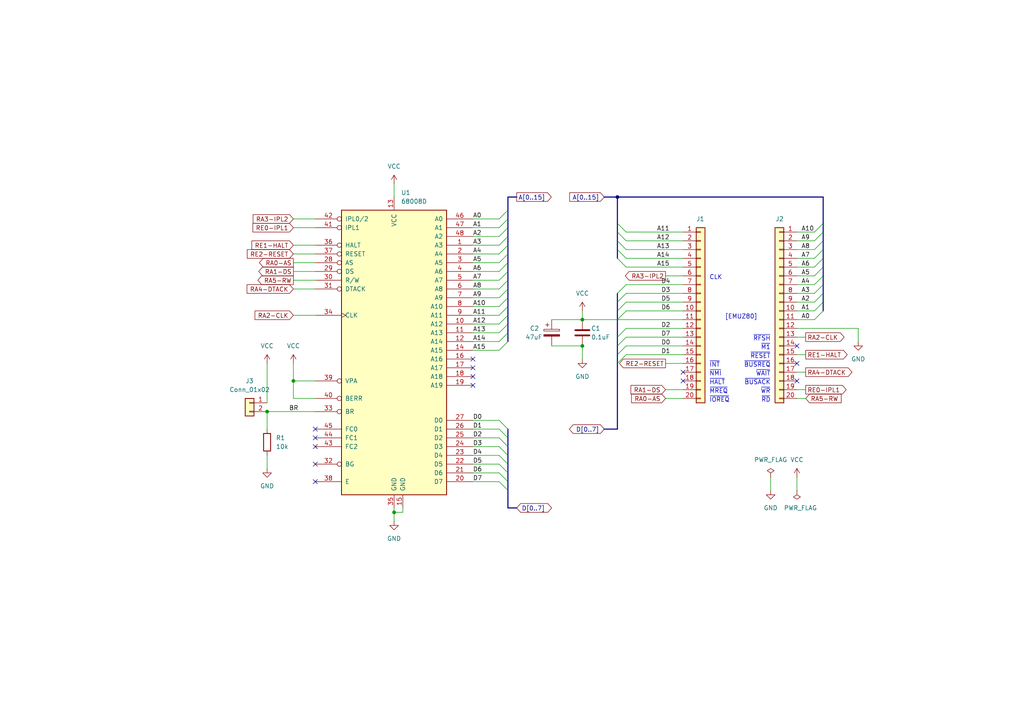
<source format=kicad_sch>
(kicad_sch (version 20211123) (generator eeschema)
  (paper "A4")
  (title_block (title "MEZ68008 Mezzanine board for EMUZ80") (date "2022-10-22") (rev "A") (company "Satoshi Okue"))
  (lib_symbols
    (symbol "CPU_NXP_68000:68008D" (pin_names (offset 1.016))
      (property "Reference" "U?" (at 2.0194 45.72 0))
      (property "Value" "68008D" (at 2.0194 43.18 0))
      (symbol "68008D_0_1"
        (rectangle (start -15.24 -41.91) (end 15.24 40.64) (stroke (width 0.254)) (fill (type background)))
      )
      (symbol "68008D_1_1"
        (pin tri_state line (at 22.86 30.48 180) (length 7.62) (name "A3") (number "1"))
        (pin tri_state line (at 22.86 7.62 180) (length 7.62) (name "A12") (number "10"))
        (pin tri_state line (at 22.86 5.08 180) (length 7.62) (name "A13") (number "11"))
        (pin tri_state line (at 22.86 2.54 180) (length 7.62) (name "A14") (number "12"))
        (pin power_in line (at 0 44.45 270) (length 3.81) (name "VCC") (number "13"))
        (pin tri_state line (at 22.86 0 180) (length 7.62) (name "A15") (number "14"))
        (pin power_in line (at 2.54 -45.72 90) (length 3.81) (name "GND") (number "15"))
        (pin tri_state line (at 22.86 -2.54 180) (length 7.62) (name "A16") (number "16"))
        (pin tri_state line (at 22.86 -5.08 180) (length 7.62) (name "A17") (number "17"))
        (pin tri_state line (at 22.86 -7.62 180) (length 7.62) (name "A18") (number "18"))
        (pin tri_state line (at 22.86 -10.16 180) (length 7.62) (name "A19") (number "19"))
        (pin tri_state line (at 22.86 27.94 180) (length 7.62) (name "A4") (number "2"))
        (pin tri_state line (at 22.86 -38.1 180) (length 7.62) (name "D7") (number "20"))
        (pin tri_state line (at 22.86 -35.56 180) (length 7.62) (name "D6") (number "21"))
        (pin tri_state line (at 22.86 -33.02 180) (length 7.62) (name "D5") (number "22"))
        (pin tri_state line (at 22.86 -30.48 180) (length 7.62) (name "D4") (number "23"))
        (pin tri_state line (at 22.86 -27.94 180) (length 7.62) (name "D3") (number "24"))
        (pin tri_state line (at 22.86 -25.4 180) (length 7.62) (name "D2") (number "25"))
        (pin tri_state line (at 22.86 -22.86 180) (length 7.62) (name "D1") (number "26"))
        (pin tri_state line (at 22.86 -20.32 180) (length 7.62) (name "D0") (number "27"))
        (pin tri_state inverted (at -22.86 25.4 0) (length 7.62) (name "AS") (number "28"))
        (pin tri_state inverted (at -22.86 22.86 0) (length 7.62) (name "DS") (number "29"))
        (pin tri_state line (at 22.86 25.4 180) (length 7.62) (name "A5") (number "3"))
        (pin tri_state line (at -22.86 20.32 0) (length 7.62) (name "R/W") (number "30"))
        (pin input inverted (at -22.86 17.78 0) (length 7.62) (name "DTACK") (number "31"))
        (pin output inverted (at -22.86 -33.02 0) (length 7.62) (name "BG") (number "32"))
        (pin input inverted (at -22.86 -17.78 0) (length 7.62) (name "BR") (number "33"))
        (pin input clock (at -22.86 10.16 0) (length 7.62) (name "CLK") (number "34"))
        (pin power_in line (at 0 -45.72 90) (length 3.81) (name "GND") (number "35"))
        (pin bidirectional inverted (at -22.86 30.48 0) (length 7.62) (name "HALT") (number "36"))
        (pin bidirectional inverted (at -22.86 27.94 0) (length 7.62) (name "RESET") (number "37"))
        (pin output line (at -22.86 -38.1 0) (length 7.62) (name "E") (number "38"))
        (pin input inverted (at -22.86 -8.89 0) (length 7.62) (name "VPA") (number "39"))
        (pin tri_state line (at 22.86 22.86 180) (length 7.62) (name "A6") (number "4"))
        (pin input inverted (at -22.86 -13.97 0) (length 7.62) (name "BERR") (number "40"))
        (pin input inverted (at -22.86 35.56 0) (length 7.62) (name "IPL1") (number "41"))
        (pin input inverted (at -22.86 38.1 0) (length 7.62) (name "IPL0/2") (number "42"))
        (pin output line (at -22.86 -27.94 0) (length 7.62) (name "FC2") (number "43"))
        (pin output line (at -22.86 -25.4 0) (length 7.62) (name "FC1") (number "44"))
        (pin output line (at -22.86 -22.86 0) (length 7.62) (name "FC0") (number "45"))
        (pin tri_state line (at 22.86 38.1 180) (length 7.62) (name "A0") (number "46"))
        (pin tri_state line (at 22.86 35.56 180) (length 7.62) (name "A1") (number "47"))
        (pin tri_state line (at 22.86 33.02 180) (length 7.62) (name "A2") (number "48"))
        (pin tri_state line (at 22.86 20.32 180) (length 7.62) (name "A7") (number "5"))
        (pin tri_state line (at 22.86 17.78 180) (length 7.62) (name "A8") (number "6"))
        (pin tri_state line (at 22.86 15.24 180) (length 7.62) (name "A9") (number "7"))
        (pin tri_state line (at 22.86 12.7 180) (length 7.62) (name "A10") (number "8"))
        (pin tri_state line (at 22.86 10.16 180) (length 7.62) (name "A11") (number "9"))
      )
    )
    (symbol "Connector_Generic:Conn_01x02" (pin_names (offset 1.016) hide)
      (property "Reference" "J" (at 0 2.54 0))
      (property "Value" "Conn_01x02" (at 0 -5.08 0))
      (symbol "Conn_01x02_1_1"
        (rectangle (start -1.27 -2.413) (end 0 -2.667) (stroke (width 0.1524)))
        (rectangle (start -1.27 0.127) (end 0 -0.127) (stroke (width 0.1524)))
        (rectangle (start -1.27 1.27) (end 1.27 -3.81) (stroke (width 0.254)) (fill (type background)))
        (pin passive line (at -5.08 0 0) (length 3.81) (name "Pin_1") (number "1"))
        (pin passive line (at -5.08 -2.54 0) (length 3.81) (name "Pin_2") (number "2"))
      )
    )
    (symbol "Connector_Generic:Conn_01x20" (pin_names (offset 1.016) hide)
      (property "Reference" "J" (at 0 25.4 0))
      (property "Value" "Conn_01x20" (at 0 -27.94 0))
      (symbol "Conn_01x20_1_1"
        (rectangle (start -1.27 -25.273) (end 0 -25.527) (stroke (width 0.1524)))
        (rectangle (start -1.27 -22.733) (end 0 -22.987) (stroke (width 0.1524)))
        (rectangle (start -1.27 -20.193) (end 0 -20.447) (stroke (width 0.1524)))
        (rectangle (start -1.27 -17.653) (end 0 -17.907) (stroke (width 0.1524)))
        (rectangle (start -1.27 -15.113) (end 0 -15.367) (stroke (width 0.1524)))
        (rectangle (start -1.27 -12.573) (end 0 -12.827) (stroke (width 0.1524)))
        (rectangle (start -1.27 -10.033) (end 0 -10.287) (stroke (width 0.1524)))
        (rectangle (start -1.27 -7.493) (end 0 -7.747) (stroke (width 0.1524)))
        (rectangle (start -1.27 -4.953) (end 0 -5.207) (stroke (width 0.1524)))
        (rectangle (start -1.27 -2.413) (end 0 -2.667) (stroke (width 0.1524)))
        (rectangle (start -1.27 0.127) (end 0 -0.127) (stroke (width 0.1524)))
        (rectangle (start -1.27 2.667) (end 0 2.413) (stroke (width 0.1524)))
        (rectangle (start -1.27 5.207) (end 0 4.953) (stroke (width 0.1524)))
        (rectangle (start -1.27 7.747) (end 0 7.493) (stroke (width 0.1524)))
        (rectangle (start -1.27 10.287) (end 0 10.033) (stroke (width 0.1524)))
        (rectangle (start -1.27 12.827) (end 0 12.573) (stroke (width 0.1524)))
        (rectangle (start -1.27 15.367) (end 0 15.113) (stroke (width 0.1524)))
        (rectangle (start -1.27 17.907) (end 0 17.653) (stroke (width 0.1524)))
        (rectangle (start -1.27 20.447) (end 0 20.193) (stroke (width 0.1524)))
        (rectangle (start -1.27 22.987) (end 0 22.733) (stroke (width 0.1524)))
        (rectangle (start -1.27 24.13) (end 1.27 -26.67) (stroke (width 0.254)) (fill (type background)))
        (pin passive line (at -5.08 22.86 0) (length 3.81) (name "Pin_1") (number "1"))
        (pin passive line (at -5.08 0 0) (length 3.81) (name "Pin_10") (number "10"))
        (pin passive line (at -5.08 -2.54 0) (length 3.81) (name "Pin_11") (number "11"))
        (pin passive line (at -5.08 -5.08 0) (length 3.81) (name "Pin_12") (number "12"))
        (pin passive line (at -5.08 -7.62 0) (length 3.81) (name "Pin_13") (number "13"))
        (pin passive line (at -5.08 -10.16 0) (length 3.81) (name "Pin_14") (number "14"))
        (pin passive line (at -5.08 -12.7 0) (length 3.81) (name "Pin_15") (number "15"))
        (pin passive line (at -5.08 -15.24 0) (length 3.81) (name "Pin_16") (number "16"))
        (pin passive line (at -5.08 -17.78 0) (length 3.81) (name "Pin_17") (number "17"))
        (pin passive line (at -5.08 -20.32 0) (length 3.81) (name "Pin_18") (number "18"))
        (pin passive line (at -5.08 -22.86 0) (length 3.81) (name "Pin_19") (number "19"))
        (pin passive line (at -5.08 20.32 0) (length 3.81) (name "Pin_2") (number "2"))
        (pin passive line (at -5.08 -25.4 0) (length 3.81) (name "Pin_20") (number "20"))
        (pin passive line (at -5.08 17.78 0) (length 3.81) (name "Pin_3") (number "3"))
        (pin passive line (at -5.08 15.24 0) (length 3.81) (name "Pin_4") (number "4"))
        (pin passive line (at -5.08 12.7 0) (length 3.81) (name "Pin_5") (number "5"))
        (pin passive line (at -5.08 10.16 0) (length 3.81) (name "Pin_6") (number "6"))
        (pin passive line (at -5.08 7.62 0) (length 3.81) (name "Pin_7") (number "7"))
        (pin passive line (at -5.08 5.08 0) (length 3.81) (name "Pin_8") (number "8"))
        (pin passive line (at -5.08 2.54 0) (length 3.81) (name "Pin_9") (number "9"))
      )
    )
    (symbol "Device:C" (pin_numbers hide) (pin_names (offset 0.254))
      (property "Reference" "C" (at 0.635 2.54 0))
      (property "Value" "C" (at 0.635 -2.54 0))
      (symbol "C_0_1"
        (polyline (pts (xy -2.032 -0.762) (xy 2.032 -0.762)) (stroke (width 0.508)))
        (polyline (pts (xy -2.032 0.762) (xy 2.032 0.762)) (stroke (width 0.508)))
      )
      (symbol "C_1_1"
        (pin passive line (at 0 3.81 270) (length 2.794) (name "~") (number "1"))
        (pin passive line (at 0 -3.81 90) (length 2.794) (name "~") (number "2"))
      )
    )
    (symbol "Device:C_Polarized" (pin_numbers hide) (pin_names (offset 0.254))
      (property "Reference" "C" (at 0.635 2.54 0))
      (property "Value" "C_Polarized" (at 0.635 -2.54 0))
      (symbol "C_Polarized_0_1"
        (rectangle (start -2.286 0.508) (end 2.286 1.016))
        (polyline (pts (xy -1.778 2.286) (xy -0.762 2.286)))
        (polyline (pts (xy -1.27 2.794) (xy -1.27 1.778)))
        (rectangle (start 2.286 -0.508) (end -2.286 -1.016) (fill (type outline)))
      )
      (symbol "C_Polarized_1_1"
        (pin passive line (at 0 3.81 270) (length 2.794) (name "~") (number "1"))
        (pin passive line (at 0 -3.81 90) (length 2.794) (name "~") (number "2"))
      )
    )
    (symbol "Device:R" (pin_numbers hide) (pin_names (offset 0))
      (property "Reference" "R" (at 2.032 0 90))
      (property "Value" "R" (at 0 0 90))
      (symbol "R_0_1"
        (rectangle (start -1.016 -2.54) (end 1.016 2.54) (stroke (width 0.254)))
      )
      (symbol "R_1_1"
        (pin passive line (at 0 3.81 270) (length 1.27) (name "~") (number "1"))
        (pin passive line (at 0 -3.81 90) (length 1.27) (name "~") (number "2"))
      )
    )
    (symbol "power:GND" (power) (pin_names (offset 0))
      (property "Value" "GND" (at 0 -3.81 0))
      (symbol "GND_0_1"
        (polyline (pts (xy 0 0) (xy 0 -1.27) (xy 1.27 -1.27) (xy 0 -2.54) (xy -1.27 -1.27) (xy 0 -1.27)))
      )
      (symbol "GND_1_1"
        (pin power_in line (at 0 0 270) (length 0) hide (name "GND") (number "1"))
      )
    )
    (symbol "power:PWR_FLAG" (power) (pin_numbers hide) (pin_names (offset 0) hide)
      (property "Value" "PWR_FLAG" (at 0 3.81 0))
      (symbol "PWR_FLAG_0_0"
        (pin power_out line (at 0 0 90) (length 0) (name "pwr") (number "1"))
      )
      (symbol "PWR_FLAG_0_1"
        (polyline (pts (xy 0 0) (xy 0 1.27) (xy -1.016 1.905) (xy 0 2.54) (xy 1.016 1.905) (xy 0 1.27)))
      )
    )
    (symbol "power:VCC" (power) (pin_names (offset 0))
      (property "Value" "VCC" (at 0 3.81 0))
      (symbol "VCC_0_1"
        (polyline (pts (xy -0.762 1.27) (xy 0 2.54)))
        (polyline (pts (xy 0 0) (xy 0 2.54)))
        (polyline (pts (xy 0 2.54) (xy 0.762 1.27)))
      )
      (symbol "VCC_1_1"
        (pin power_in line (at 0 0 90) (length 0) hide (name "VCC") (number "1"))
      )
    )
  )
  (junction (at 168.91 92.71))
  (junction (at 77.47 119.38))
  (junction (at 168.91 100.33))
  (junction (at 179.07 57.15))
  (junction (at 114.3 148.59))
  (junction (at 85.09 110.49))
  (no_connect (at 231.14 100.33))
  (no_connect (at 231.14 110.49))
  (no_connect (at 198.12 110.49))
  (no_connect (at 198.12 107.95))
  (no_connect (at 231.14 105.41))
  (no_connect (at 91.44 124.46))
  (no_connect (at 91.44 127))
  (no_connect (at 91.44 129.54))
  (no_connect (at 91.44 134.62))
  (no_connect (at 91.44 139.7))
  (no_connect (at 137.16 106.68))
  (no_connect (at 137.16 109.22))
  (no_connect (at 137.16 111.76))
  (no_connect (at 137.16 104.14))
  (bus_entry (at 238.76 74.93) (size -2.54 2.54))
  (bus_entry (at 179.07 72.39) (size 2.54 2.54))
  (bus_entry (at 238.76 87.63) (size -2.54 2.54))
  (bus_entry (at 179.07 85.09) (size 2.54 -2.54))
  (bus_entry (at 238.76 64.77) (size -2.54 2.54))
  (bus_entry (at 147.32 127) (size -2.54 -2.54))
  (bus_entry (at 238.76 72.39) (size -2.54 2.54))
  (bus_entry (at 238.76 90.17) (size -2.54 2.54))
  (bus_entry (at 179.07 102.87) (size 2.54 -2.54))
  (bus_entry (at 147.32 73.66) (size -2.54 2.54))
  (bus_entry (at 179.07 105.41) (size 2.54 -2.54))
  (bus_entry (at 179.07 87.63) (size 2.54 -2.54))
  (bus_entry (at 147.32 81.28) (size -2.54 2.54))
  (bus_entry (at 147.32 71.12) (size -2.54 2.54))
  (bus_entry (at 147.32 134.62) (size -2.54 -2.54))
  (bus_entry (at 147.32 63.5) (size -2.54 2.54))
  (bus_entry (at 179.07 92.71) (size 2.54 -2.54))
  (bus_entry (at 147.32 137.16) (size -2.54 -2.54))
  (bus_entry (at 147.32 76.2) (size -2.54 2.54))
  (bus_entry (at 147.32 88.9) (size -2.54 2.54))
  (bus_entry (at 147.32 83.82) (size -2.54 2.54))
  (bus_entry (at 238.76 80.01) (size -2.54 2.54))
  (bus_entry (at 179.07 67.31) (size 2.54 2.54))
  (bus_entry (at 147.32 60.96) (size -2.54 2.54))
  (bus_entry (at 147.32 91.44) (size -2.54 2.54))
  (bus_entry (at 179.07 74.93) (size 2.54 2.54))
  (bus_entry (at 179.07 69.85) (size 2.54 2.54))
  (bus_entry (at 147.32 142.24) (size -2.54 -2.54))
  (bus_entry (at 179.07 64.77) (size 2.54 2.54))
  (bus_entry (at 238.76 67.31) (size -2.54 2.54))
  (bus_entry (at 179.07 90.17) (size 2.54 -2.54))
  (bus_entry (at 147.32 129.54) (size -2.54 -2.54))
  (bus_entry (at 147.32 68.58) (size -2.54 2.54))
  (bus_entry (at 147.32 78.74) (size -2.54 2.54))
  (bus_entry (at 238.76 77.47) (size -2.54 2.54))
  (bus_entry (at 238.76 82.55) (size -2.54 2.54))
  (bus_entry (at 147.32 124.46) (size -2.54 -2.54))
  (bus_entry (at 179.07 97.79) (size 2.54 -2.54))
  (bus_entry (at 147.32 99.06) (size -2.54 2.54))
  (bus_entry (at 179.07 100.33) (size 2.54 -2.54))
  (bus_entry (at 147.32 93.98) (size -2.54 2.54))
  (bus_entry (at 238.76 69.85) (size -2.54 2.54))
  (bus_entry (at 147.32 132.08) (size -2.54 -2.54))
  (bus_entry (at 147.32 96.52) (size -2.54 2.54))
  (bus_entry (at 147.32 139.7) (size -2.54 -2.54))
  (bus_entry (at 147.32 66.04) (size -2.54 2.54))
  (bus_entry (at 147.32 86.36) (size -2.54 2.54))
  (bus_entry (at 238.76 85.09) (size -2.54 2.54))
  (bus (pts (xy 147.32 124.46) (xy 147.32 127)))
  (wire (pts (xy 160.02 92.71) (xy 168.91 92.71)))
  (wire (pts (xy 137.16 121.92) (xy 144.78 121.92)))
  (bus (pts (xy 147.32 147.32) (xy 149.86 147.32)))
  (wire (pts (xy 116.84 148.59) (xy 114.3 148.59)))
  (wire (pts (xy 168.91 100.33) (xy 168.91 104.14)))
  (bus (pts (xy 147.32 132.08) (xy 147.32 134.62)))
  (bus (pts (xy 147.32 96.52) (xy 147.32 99.06)))
  (bus (pts (xy 238.76 77.47) (xy 238.76 80.01)))
  (bus (pts (xy 238.76 67.31) (xy 238.76 69.85)))
  (bus (pts (xy 238.76 74.93) (xy 238.76 77.47)))
  (wire (pts (xy 137.16 134.62) (xy 144.78 134.62)))
  (wire (pts (xy 137.16 83.82) (xy 144.78 83.82)))
  (wire (pts (xy 85.09 78.74) (xy 91.44 78.74)))
  (wire (pts (xy 137.16 101.6) (xy 144.78 101.6)))
  (wire (pts (xy 137.16 66.04) (xy 144.78 66.04)))
  (bus (pts (xy 238.76 85.09) (xy 238.76 87.63)))
  (wire (pts (xy 181.61 67.31) (xy 198.12 67.31)))
  (wire (pts (xy 85.09 63.5) (xy 91.44 63.5)))
  (wire (pts (xy 137.16 96.52) (xy 144.78 96.52)))
  (wire (pts (xy 193.04 115.57) (xy 198.12 115.57)))
  (wire (pts (xy 77.47 105.41) (xy 77.47 116.84)))
  (wire (pts (xy 137.16 132.08) (xy 144.78 132.08)))
  (wire (pts (xy 114.3 148.59) (xy 114.3 151.13)))
  (wire (pts (xy 231.14 67.31) (xy 236.22 67.31)))
  (wire (pts (xy 231.14 95.25) (xy 248.92 95.25)))
  (bus (pts (xy 147.32 142.24) (xy 147.32 147.32)))
  (bus (pts (xy 179.07 90.17) (xy 179.07 92.71)))
  (wire (pts (xy 137.16 137.16) (xy 144.78 137.16)))
  (wire (pts (xy 91.44 115.57) (xy 85.09 115.57)))
  (wire (pts (xy 181.61 82.55) (xy 198.12 82.55)))
  (wire (pts (xy 137.16 86.36) (xy 144.78 86.36)))
  (bus (pts (xy 147.32 137.16) (xy 147.32 139.7)))
  (wire (pts (xy 85.09 110.49) (xy 85.09 105.41)))
  (wire (pts (xy 181.61 87.63) (xy 198.12 87.63)))
  (bus (pts (xy 147.32 88.9) (xy 147.32 91.44)))
  (bus (pts (xy 147.32 86.36) (xy 147.32 88.9)))
  (wire (pts (xy 137.16 99.06) (xy 144.78 99.06)))
  (wire (pts (xy 85.09 66.04) (xy 91.44 66.04)))
  (wire (pts (xy 181.61 85.09) (xy 198.12 85.09)))
  (bus (pts (xy 147.32 71.12) (xy 147.32 73.66)))
  (wire (pts (xy 114.3 147.32) (xy 114.3 148.59)))
  (bus (pts (xy 147.32 127) (xy 147.32 129.54)))
  (bus (pts (xy 238.76 64.77) (xy 238.76 67.31)))
  (wire (pts (xy 181.61 74.93) (xy 198.12 74.93)))
  (bus (pts (xy 179.07 64.77) (xy 179.07 57.15)))
  (bus (pts (xy 175.26 57.15) (xy 179.07 57.15)))
  (wire (pts (xy 137.16 124.46) (xy 144.78 124.46)))
  (bus (pts (xy 238.76 57.15) (xy 238.76 64.77)))
  (bus (pts (xy 238.76 80.01) (xy 238.76 82.55)))
  (wire (pts (xy 181.61 69.85) (xy 198.12 69.85)))
  (wire (pts (xy 181.61 102.87) (xy 198.12 102.87)))
  (bus (pts (xy 147.32 78.74) (xy 147.32 81.28)))
  (bus (pts (xy 179.07 74.93) (xy 179.07 72.39)))
  (bus (pts (xy 149.86 57.15) (xy 147.32 57.15)))
  (wire (pts (xy 231.14 69.85) (xy 236.22 69.85)))
  (wire (pts (xy 85.09 76.2) (xy 91.44 76.2)))
  (wire (pts (xy 85.09 81.28) (xy 91.44 81.28)))
  (wire (pts (xy 231.14 138.43) (xy 231.14 142.24)))
  (bus (pts (xy 179.07 97.79) (xy 179.07 100.33)))
  (bus (pts (xy 147.32 139.7) (xy 147.32 142.24)))
  (wire (pts (xy 181.61 95.25) (xy 198.12 95.25)))
  (bus (pts (xy 179.07 102.87) (xy 179.07 105.41)))
  (wire (pts (xy 85.09 110.49) (xy 91.44 110.49)))
  (wire (pts (xy 231.14 90.17) (xy 236.22 90.17)))
  (wire (pts (xy 114.3 53.34) (xy 114.3 57.15)))
  (wire (pts (xy 231.14 102.87) (xy 233.68 102.87)))
  (wire (pts (xy 77.47 119.38) (xy 77.47 124.46)))
  (wire (pts (xy 231.14 113.03) (xy 233.68 113.03)))
  (bus (pts (xy 179.07 72.39) (xy 179.07 69.85)))
  (wire (pts (xy 181.61 100.33) (xy 198.12 100.33)))
  (wire (pts (xy 231.14 115.57) (xy 233.68 115.57)))
  (bus (pts (xy 238.76 87.63) (xy 238.76 90.17)))
  (wire (pts (xy 85.09 91.44) (xy 91.44 91.44)))
  (bus (pts (xy 179.07 85.09) (xy 179.07 87.63)))
  (wire (pts (xy 231.14 77.47) (xy 236.22 77.47)))
  (wire (pts (xy 77.47 132.08) (xy 77.47 135.89)))
  (wire (pts (xy 116.84 147.32) (xy 116.84 148.59)))
  (wire (pts (xy 231.14 74.93) (xy 236.22 74.93)))
  (wire (pts (xy 231.14 97.79) (xy 233.68 97.79)))
  (wire (pts (xy 231.14 82.55) (xy 236.22 82.55)))
  (wire (pts (xy 231.14 92.71) (xy 236.22 92.71)))
  (wire (pts (xy 137.16 68.58) (xy 144.78 68.58)))
  (bus (pts (xy 147.32 60.96) (xy 147.32 63.5)))
  (bus (pts (xy 179.07 57.15) (xy 238.76 57.15)))
  (wire (pts (xy 85.09 71.12) (xy 91.44 71.12)))
  (wire (pts (xy 137.16 63.5) (xy 144.78 63.5)))
  (wire (pts (xy 137.16 139.7) (xy 144.78 139.7)))
  (wire (pts (xy 160.02 100.33) (xy 168.91 100.33)))
  (bus (pts (xy 147.32 76.2) (xy 147.32 78.74)))
  (bus (pts (xy 179.07 100.33) (xy 179.07 102.87)))
  (wire (pts (xy 137.16 73.66) (xy 144.78 73.66)))
  (wire (pts (xy 248.92 95.25) (xy 248.92 99.06)))
  (wire (pts (xy 137.16 127) (xy 144.78 127)))
  (wire (pts (xy 168.91 92.71) (xy 179.07 92.71)))
  (wire (pts (xy 168.91 90.17) (xy 168.91 92.71)))
  (wire (pts (xy 231.14 80.01) (xy 236.22 80.01)))
  (wire (pts (xy 193.04 105.41) (xy 198.12 105.41)))
  (wire (pts (xy 231.14 85.09) (xy 236.22 85.09)))
  (wire (pts (xy 223.52 138.43) (xy 223.52 142.24)))
  (bus (pts (xy 147.32 129.54) (xy 147.32 132.08)))
  (bus (pts (xy 179.07 67.31) (xy 179.07 64.77)))
  (bus (pts (xy 147.32 73.66) (xy 147.32 76.2)))
  (wire (pts (xy 137.16 78.74) (xy 144.78 78.74)))
  (wire (pts (xy 181.61 77.47) (xy 198.12 77.47)))
  (bus (pts (xy 238.76 82.55) (xy 238.76 85.09)))
  (wire (pts (xy 181.61 97.79) (xy 198.12 97.79)))
  (wire (pts (xy 181.61 72.39) (xy 198.12 72.39)))
  (wire (pts (xy 137.16 81.28) (xy 144.78 81.28)))
  (bus (pts (xy 179.07 87.63) (xy 179.07 90.17)))
  (wire (pts (xy 137.16 91.44) (xy 144.78 91.44)))
  (bus (pts (xy 147.32 66.04) (xy 147.32 68.58)))
  (wire (pts (xy 179.07 92.71) (xy 198.12 92.71)))
  (wire (pts (xy 137.16 71.12) (xy 144.78 71.12)))
  (bus (pts (xy 179.07 69.85) (xy 179.07 67.31)))
  (bus (pts (xy 179.07 92.71) (xy 179.07 97.79)))
  (wire (pts (xy 181.61 90.17) (xy 198.12 90.17)))
  (bus (pts (xy 179.07 105.41) (xy 179.07 124.46)))
  (wire (pts (xy 137.16 93.98) (xy 144.78 93.98)))
  (wire (pts (xy 231.14 87.63) (xy 236.22 87.63)))
  (wire (pts (xy 85.09 83.82) (xy 91.44 83.82)))
  (bus (pts (xy 147.32 134.62) (xy 147.32 137.16)))
  (wire (pts (xy 137.16 76.2) (xy 144.78 76.2)))
  (bus (pts (xy 147.32 57.15) (xy 147.32 60.96)))
  (wire (pts (xy 85.09 73.66) (xy 91.44 73.66)))
  (wire (pts (xy 231.14 107.95) (xy 233.68 107.95)))
  (wire (pts (xy 137.16 129.54) (xy 144.78 129.54)))
  (wire (pts (xy 193.04 80.01) (xy 198.12 80.01)))
  (wire (pts (xy 137.16 88.9) (xy 144.78 88.9)))
  (bus (pts (xy 238.76 69.85) (xy 238.76 72.39)))
  (wire (pts (xy 193.04 113.03) (xy 198.12 113.03)))
  (bus (pts (xy 147.32 63.5) (xy 147.32 66.04)))
  (wire (pts (xy 231.14 72.39) (xy 236.22 72.39)))
  (bus (pts (xy 147.32 68.58) (xy 147.32 71.12)))
  (bus (pts (xy 147.32 93.98) (xy 147.32 96.52)))
  (bus (pts (xy 147.32 83.82) (xy 147.32 86.36)))
  (wire (pts (xy 77.47 119.38) (xy 91.44 119.38)))
  (bus (pts (xy 238.76 72.39) (xy 238.76 74.93)))
  (bus (pts (xy 175.26 124.46) (xy 179.07 124.46)))
  (wire (pts (xy 85.09 115.57) (xy 85.09 110.49)))
  (bus (pts (xy 147.32 91.44) (xy 147.32 93.98)))
  (bus (pts (xy 147.32 81.28) (xy 147.32 83.82)))
  (text "~{RFSH}" (at 223.52 99.06 180) (effects (font (size 1.27 1.27)) (justify right bottom)))
  (text "[EMUZ80]" (at 219.71 92.71 180) (effects (font (size 1.27 1.27)) (justify right bottom)))
  (text "~{NMI}" (at 205.74 109.22 0) (effects (font (size 1.27 1.27)) (justify left bottom)))
  (text "CLK" (at 205.74 81.28 0) (effects (font (size 1.27 1.27)) (justify left bottom)))
  (text "~{M1}" (at 223.52 101.6 180) (effects (font (size 1.27 1.27)) (justify right bottom)))
  (text "~{INT}" (at 205.74 106.68 0) (effects (font (size 1.27 1.27)) (justify left bottom)))
  (text "~{BUSREQ}" (at 223.52 106.68 180) (effects (font (size 1.27 1.27)) (justify right bottom)))
  (text "~{WAIT}" (at 223.52 109.22 180) (effects (font (size 1.27 1.27)) (justify right bottom)))
  (text "~{IOREQ}" (at 205.74 116.84 0) (effects (font (size 1.27 1.27)) (justify left bottom)))
  (text "~{BUSACK}" (at 223.52 111.76 180) (effects (font (size 1.27 1.27)) (justify right bottom)))
  (text "~{WR}" (at 223.52 114.3 180) (effects (font (size 1.27 1.27)) (justify right bottom)))
  (text "~{MREQ}" (at 205.74 114.3 0) (effects (font (size 1.27 1.27)) (justify left bottom)))
  (text "~{RESET}" (at 223.52 104.14 180) (effects (font (size 1.27 1.27)) (justify right bottom)))
  (text "~{HALT}" (at 205.74 111.76 0) (effects (font (size 1.27 1.27)) (justify left bottom)))
  (text "~{RD}" (at 223.52 116.84 180) (effects (font (size 1.27 1.27)) (justify right bottom)))
  (label "A13" (at 190.5 72.39 0))
  (label "A5" (at 232.41 80.01 0))
  (label "A3" (at 232.41 85.09 0))
  (label "A14" (at 137.16 99.06 0))
  (label "A12" (at 137.16 93.98 0))
  (label "A1" (at 137.16 66.04 0))
  (label "A1" (at 232.41 90.17 0))
  (label "D4" (at 137.16 132.08 0))
  (label "A10" (at 137.16 88.9 0))
  (label "D6" (at 137.16 137.16 0))
  (label "BR" (at 83.82 119.38 0))
  (label "A2" (at 232.41 87.63 0))
  (label "A6" (at 232.41 77.47 0))
  (label "D5" (at 137.16 134.62 0))
  (label "D1" (at 191.77 102.87 0))
  (label "A7" (at 137.16 81.28 0))
  (label "A3" (at 137.16 71.12 0))
  (label "A0" (at 137.16 63.5 0))
  (label "A15" (at 137.16 101.6 0))
  (label "A14" (at 190.5 74.93 0))
  (label "A0" (at 232.41 92.71 0))
  (label "D0" (at 191.77 100.33 0))
  (label "A4" (at 232.41 82.55 0))
  (label "D4" (at 191.77 82.55 0))
  (label "D3" (at 137.16 129.54 0))
  (label "D7" (at 191.77 97.79 0))
  (label "A2" (at 137.16 68.58 0))
  (label "A8" (at 137.16 83.82 0))
  (label "D2" (at 191.77 95.25 0))
  (label "A11" (at 190.5 67.31 0))
  (label "A7" (at 232.41 74.93 0))
  (label "A5" (at 137.16 76.2 0))
  (label "D6" (at 191.77 90.17 0))
  (label "A15" (at 190.5 77.47 0))
  (label "D1" (at 137.16 124.46 0))
  (label "D2" (at 137.16 127 0))
  (label "A10" (at 232.41 67.31 0))
  (label "A8" (at 232.41 72.39 0))
  (label "A12" (at 190.5 69.85 0))
  (label "D5" (at 191.77 87.63 0))
  (label "A9" (at 137.16 86.36 0))
  (label "D3" (at 191.77 85.09 0))
  (label "A9" (at 232.41 69.85 0))
  (label "A4" (at 137.16 73.66 0))
  (label "A13" (at 137.16 96.52 0))
  (label "A6" (at 137.16 78.74 0))
  (label "A11" (at 137.16 91.44 0))
  (label "D7" (at 137.16 139.7 0))
  (label "D0" (at 137.16 121.92 0))
  (global_label "RA4-DTACK" (shape input) (at 85.09 83.82 180) (property "シート間のリファレンス" "${INTERSHEET_REFS}" (effects hide)))
  (global_label "RA2-CLK" (shape input) (at 85.09 91.44 180) (property "シート間のリファレンス" "${INTERSHEET_REFS}" (effects hide)))
  (global_label "RE1-HALT" (shape input) (at 85.09 71.12 180) (property "シート間のリファレンス" "${INTERSHEET_REFS}" (effects hide)))
  (global_label "RA2-CLK" (shape output) (at 233.68 97.79 0) (property "シート間のリファレンス" "${INTERSHEET_REFS}" (effects hide)))
  (global_label "D[0..7]" (shape bidirectional) (at 149.86 147.32 0) (property "シート間のリファレンス" "${INTERSHEET_REFS}" (effects hide)))
  (global_label "RA3-IPL2" (shape output) (at 193.04 80.01 180) (property "シート間のリファレンス" "${INTERSHEET_REFS}" (effects hide)))
  (global_label "RE0-IPL1" (shape output) (at 233.68 113.03 0) (property "シート間のリファレンス" "${INTERSHEET_REFS}" (effects hide)))
  (global_label "RE0-IPL1" (shape input) (at 85.09 66.04 180) (property "シート間のリファレンス" "${INTERSHEET_REFS}" (effects hide)))
  (global_label "RA4-DTACK" (shape output) (at 233.68 107.95 0) (property "シート間のリファレンス" "${INTERSHEET_REFS}" (effects hide)))
  (global_label "RA0-AS" (shape output) (at 85.09 76.2 180) (property "シート間のリファレンス" "${INTERSHEET_REFS}" (effects hide)))
  (global_label "RE2-RESET" (shape input) (at 85.09 73.66 180) (property "シート間のリファレンス" "${INTERSHEET_REFS}" (effects hide)))
  (global_label "RA0-AS" (shape input) (at 193.04 115.57 180) (property "シート間のリファレンス" "${INTERSHEET_REFS}" (effects hide)))
  (global_label "RA1-DS" (shape input) (at 193.04 113.03 180) (property "シート間のリファレンス" "${INTERSHEET_REFS}" (effects hide)))
  (global_label "RA3-IPL2" (shape input) (at 85.09 63.5 180) (property "シート間のリファレンス" "${INTERSHEET_REFS}" (effects hide)))
  (global_label "RA5-RW" (shape input) (at 233.68 115.57 0) (property "シート間のリファレンス" "${INTERSHEET_REFS}" (effects hide)))
  (global_label "RE2-RESET" (shape output) (at 193.04 105.41 180) (property "シート間のリファレンス" "${INTERSHEET_REFS}" (effects hide)))
  (global_label "D[0..7]" (shape bidirectional) (at 175.26 124.46 180) (property "シート間のリファレンス" "${INTERSHEET_REFS}" (effects hide)))
  (global_label "A[0..15]" (shape input) (at 175.26 57.15 180) (property "シート間のリファレンス" "${INTERSHEET_REFS}" (effects hide)))
  (global_label "A[0..15]" (shape output) (at 149.86 57.15 0) (property "シート間のリファレンス" "${INTERSHEET_REFS}" (effects hide)))
  (global_label "RA5-RW" (shape output) (at 85.09 81.28 180) (property "シート間のリファレンス" "${INTERSHEET_REFS}" (effects hide)))
  (global_label "RE1-HALT" (shape output) (at 233.68 102.87 0) (property "シート間のリファレンス" "${INTERSHEET_REFS}" (effects hide)))
  (global_label "RA1-DS" (shape output) (at 85.09 78.74 180) (property "シート間のリファレンス" "${INTERSHEET_REFS}" (effects hide)))
  (symbol (lib_id "Connector_Generic:Conn_01x20") (at 226.06 90.17 0) (mirror y) (unit 1)
    (property "Reference" "J2" (at 227.33 63.5 0) (effects (justify left)))
    (property "Value" "Conn_01x20" (effects hide))
    (property "Footprint" "Connector_PinHeader_2.54mm:PinHeader_1x20_P2.54mm_Vertical" (effects hide))
  )
  (symbol (lib_id "power:GND") (at 77.47 135.89 0) (unit 1)
    (property "Reference" "#PWR0108" (effects hide))
    (property "Value" "GND" (at 77.47 140.97 0))
  )
  (symbol (lib_id "power:VCC") (at 77.47 105.41 0) (unit 1)
    (property "Reference" "#PWR0105" (effects hide))
    (property "Value" "VCC" (at 77.47 100.33 0))
  )
  (symbol (lib_id "power:GND") (at 248.92 99.06 0) (unit 1)
    (property "Reference" "#PWR0107" (effects hide))
    (property "Value" "GND" (at 248.92 104.14 0))
  )
  (symbol (lib_id "power:VCC") (at 231.14 138.43 0) (unit 1)
    (property "Reference" "#PWR0109" (effects hide))
    (property "Value" "VCC" (at 231.14 133.35 0))
  )
  (symbol (lib_id "Connector_Generic:Conn_01x02") (at 72.39 116.84 0) (mirror y) (unit 1)
    (property "Reference" "J3" (at 72.39 110.49 0))
    (property "Value" "Conn_01x02" (at 72.39 113.03 0))
    (property "Footprint" "Connector_PinHeader_2.54mm:PinHeader_1x02_P2.54mm_Vertical" (effects hide))
  )
  (symbol (lib_id "power:GND") (at 168.91 104.14 0) (unit 1)
    (property "Reference" "#PWR0101" (effects hide))
    (property "Value" "GND" (at 168.91 109.22 0))
  )
  (symbol (lib_id "Device:R") (at 77.47 128.27 0) (unit 1)
    (property "Reference" "R1" (at 80.01 126.9999 0) (effects (justify left)))
    (property "Value" "10k" (at 80.01 129.5399 0) (effects (justify left)))
    (property "Footprint" "Resistor_THT:R_Axial_DIN0207_L6.3mm_D2.5mm_P10.16mm_Horizontal" (effects hide))
  )
  (symbol (lib_id "CPU_NXP_68000:68008D") (at 114.3 101.6 0) (unit 1)
    (property "Reference" "U1" (at 116.3194 55.88 0) (effects (justify left)))
    (property "Value" "68008D" (at 116.3194 58.42 0) (effects (justify left)))
    (property "Footprint" "Package_DIP:DIP-48_W15.24mm" (effects hide))
    (property "Datasheet" "https://www.nxp.com/docs/en/reference-manual/MC68000UM.pdf" (effects hide))
  )
  (symbol (lib_id "power:VCC") (at 168.91 90.17 0) (unit 1)
    (property "Reference" "#PWR0102" (effects hide))
    (property "Value" "VCC" (at 168.91 85.09 0))
  )
  (symbol (lib_id "power:PWR_FLAG") (at 223.52 138.43 0) (unit 1)
    (property "Reference" "#FLG0101" (effects hide))
    (property "Value" "PWR_FLAG" (at 223.52 133.35 0))
  )
  (symbol (lib_id "Connector_Generic:Conn_01x20") (at 203.2 90.17 0) (unit 1)
    (property "Reference" "J1" (at 201.93 63.5 0) (effects (justify left)))
    (property "Value" "Conn_01x20" (effects hide))
    (property "Footprint" "Connector_PinHeader_2.54mm:PinHeader_1x20_P2.54mm_Vertical" (effects hide))
  )
  (symbol (lib_id "power:VCC") (at 114.3 53.34 0) (unit 1)
    (property "Reference" "#PWR0104" (effects hide))
    (property "Value" "VCC" (at 114.3 48.26 0))
  )
  (symbol (lib_id "Device:C") (at 168.91 96.52 0) (unit 1)
    (property "Reference" "C1" (at 171.45 95.25 0) (effects (justify left)))
    (property "Value" "0.1uF" (at 171.45 97.79 0) (effects (justify left)))
    (property "Footprint" "Capacitor_THT:C_Disc_D3.8mm_W2.6mm_P2.50mm" (effects hide))
  )
  (symbol (lib_id "power:PWR_FLAG") (at 231.14 142.24 180) (unit 1)
    (property "Reference" "#FLG0102" (effects hide))
    (property "Value" "PWR_FLAG" (at 227.33 147.32 0) (effects (justify right)))
  )
  (symbol (lib_id "Device:C_Polarized") (at 160.02 96.52 0) (unit 1)
    (property "Reference" "C2" (at 153.67 95.25 0) (effects (justify left)))
    (property "Value" "47uF" (at 152.4 97.79 0) (effects (justify left)))
    (property "Footprint" "Capacitor_THT:CP_Radial_D6.3mm_P2.50mm" (effects hide))
  )
  (symbol (lib_id "power:GND") (at 223.52 142.24 0) (unit 1)
    (property "Reference" "#PWR0110" (effects hide))
    (property "Value" "GND" (at 223.52 147.32 0))
  )
  (symbol (lib_id "power:VCC") (at 85.09 105.41 0) (unit 1)
    (property "Reference" "#PWR0106" (effects hide))
    (property "Value" "VCC" (at 85.09 100.33 0))
  )
  (symbol (lib_id "power:GND") (at 114.3 151.13 0) (unit 1)
    (property "Reference" "#PWR0103" (effects hide))
    (property "Value" "GND" (at 114.3 156.21 0))
  )
)
</source>
